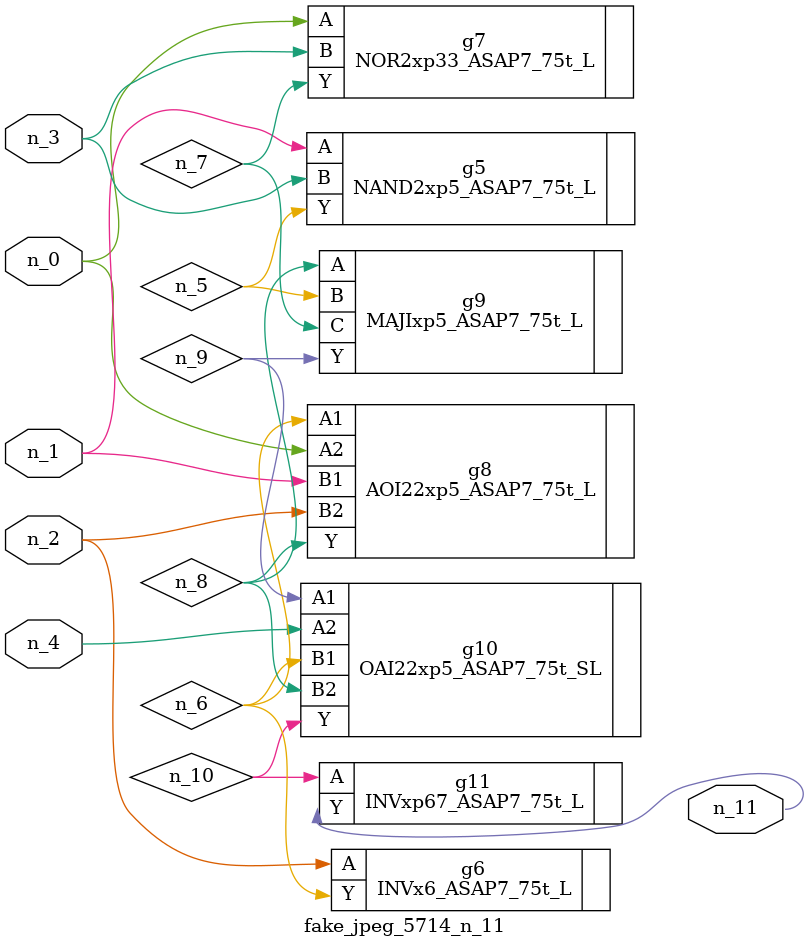
<source format=v>
module fake_jpeg_5714_n_11 (n_3, n_2, n_1, n_0, n_4, n_11);

input n_3;
input n_2;
input n_1;
input n_0;
input n_4;

output n_11;

wire n_10;
wire n_8;
wire n_9;
wire n_6;
wire n_5;
wire n_7;

NAND2xp5_ASAP7_75t_L g5 ( 
.A(n_1),
.B(n_3),
.Y(n_5)
);

INVx6_ASAP7_75t_L g6 ( 
.A(n_2),
.Y(n_6)
);

NOR2xp33_ASAP7_75t_L g7 ( 
.A(n_0),
.B(n_3),
.Y(n_7)
);

AOI22xp5_ASAP7_75t_L g8 ( 
.A1(n_6),
.A2(n_0),
.B1(n_1),
.B2(n_2),
.Y(n_8)
);

MAJIxp5_ASAP7_75t_L g9 ( 
.A(n_8),
.B(n_5),
.C(n_7),
.Y(n_9)
);

OAI22xp5_ASAP7_75t_SL g10 ( 
.A1(n_9),
.A2(n_4),
.B1(n_6),
.B2(n_8),
.Y(n_10)
);

INVxp67_ASAP7_75t_L g11 ( 
.A(n_10),
.Y(n_11)
);


endmodule
</source>
